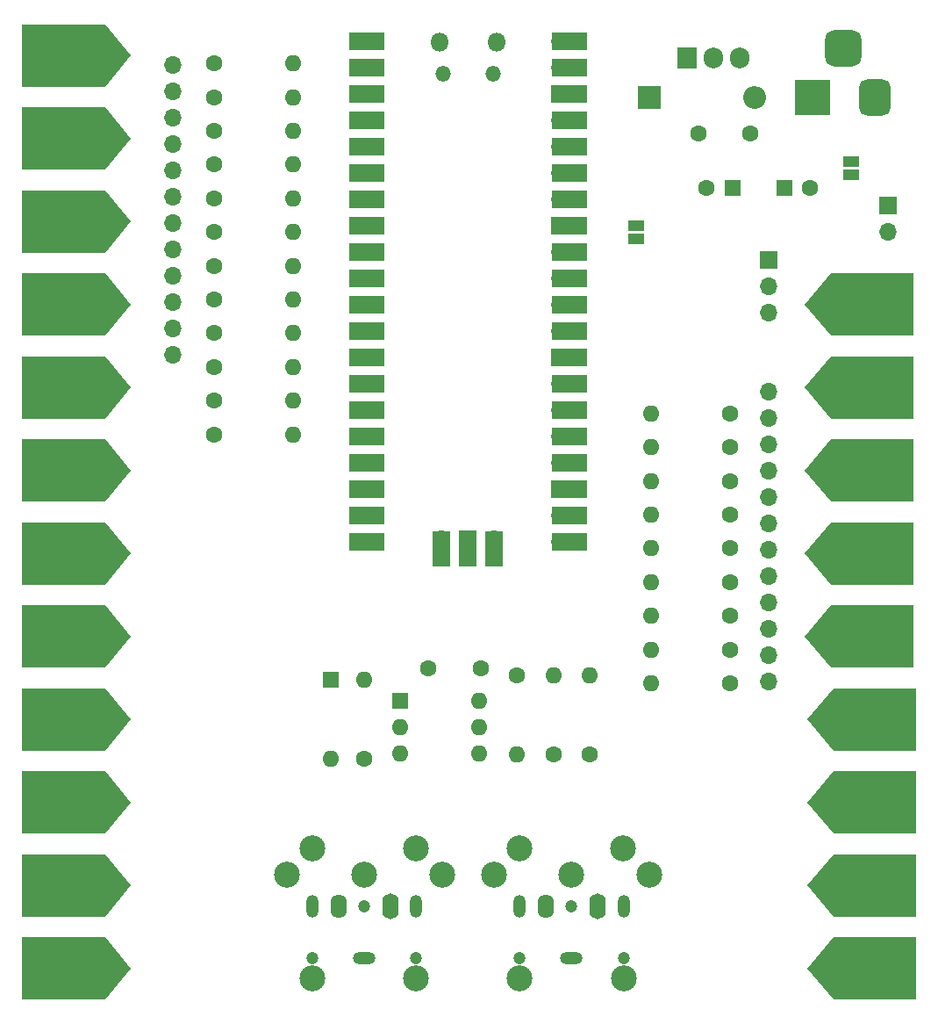
<source format=gbr>
%TF.GenerationSoftware,KiCad,Pcbnew,8.0.7*%
%TF.CreationDate,2025-02-02T12:47:19+00:00*%
%TF.ProjectId,PicoMIDITouchBoard,5069636f-4d49-4444-9954-6f756368426f,rev?*%
%TF.SameCoordinates,Original*%
%TF.FileFunction,Soldermask,Top*%
%TF.FilePolarity,Negative*%
%FSLAX46Y46*%
G04 Gerber Fmt 4.6, Leading zero omitted, Abs format (unit mm)*
G04 Created by KiCad (PCBNEW 8.0.7) date 2025-02-02 12:47:19*
%MOMM*%
%LPD*%
G01*
G04 APERTURE LIST*
G04 Aperture macros list*
%AMRoundRect*
0 Rectangle with rounded corners*
0 $1 Rounding radius*
0 $2 $3 $4 $5 $6 $7 $8 $9 X,Y pos of 4 corners*
0 Add a 4 corners polygon primitive as box body*
4,1,4,$2,$3,$4,$5,$6,$7,$8,$9,$2,$3,0*
0 Add four circle primitives for the rounded corners*
1,1,$1+$1,$2,$3*
1,1,$1+$1,$4,$5*
1,1,$1+$1,$6,$7*
1,1,$1+$1,$8,$9*
0 Add four rect primitives between the rounded corners*
20,1,$1+$1,$2,$3,$4,$5,0*
20,1,$1+$1,$4,$5,$6,$7,0*
20,1,$1+$1,$6,$7,$8,$9,0*
20,1,$1+$1,$8,$9,$2,$3,0*%
G04 Aperture macros list end*
%ADD10C,0.000000*%
%ADD11C,6.000000*%
%ADD12C,1.600000*%
%ADD13O,1.600000X1.600000*%
%ADD14R,1.700000X1.700000*%
%ADD15O,1.700000X1.700000*%
%ADD16C,2.499360*%
%ADD17R,2.200000X2.200000*%
%ADD18O,2.200000X2.200000*%
%ADD19R,1.600000X1.600000*%
%ADD20R,3.500000X3.500000*%
%ADD21RoundRect,0.750000X0.750000X1.000000X-0.750000X1.000000X-0.750000X-1.000000X0.750000X-1.000000X0*%
%ADD22RoundRect,0.875000X0.875000X0.875000X-0.875000X0.875000X-0.875000X-0.875000X0.875000X-0.875000X0*%
%ADD23R,1.500000X1.000000*%
%ADD24O,1.800000X1.800000*%
%ADD25O,1.500000X1.500000*%
%ADD26R,3.500000X1.700000*%
%ADD27R,1.700000X3.500000*%
%ADD28R,1.905000X2.000000*%
%ADD29O,1.905000X2.000000*%
%ADD30C,1.200000*%
%ADD31O,1.200000X2.200000*%
%ADD32O,1.600000X2.300000*%
%ADD33O,2.200000X1.200000*%
%ADD34O,1.600000X2.500000*%
G04 APERTURE END LIST*
D10*
%TO.C,J23*%
G36*
X136500000Y-112250000D02*
G01*
X128500000Y-112250000D01*
X126000000Y-109250000D01*
X128500000Y-106250000D01*
X136500000Y-106250000D01*
X136500000Y-112250000D01*
G37*
%TO.C,J10*%
G36*
X61000000Y-77250000D02*
G01*
X58500000Y-80250000D01*
X50500000Y-80250000D01*
X50500000Y-74250000D01*
X58500000Y-74250000D01*
X61000000Y-77250000D01*
G37*
%TO.C,J12*%
G36*
X61000000Y-93250000D02*
G01*
X58500000Y-96250000D01*
X50500000Y-96250000D01*
X50500000Y-90250000D01*
X58500000Y-90250000D01*
X61000000Y-93250000D01*
G37*
%TO.C,J6*%
G36*
X61000000Y-53250000D02*
G01*
X58500000Y-56250000D01*
X50500000Y-56250000D01*
X50500000Y-50250000D01*
X58500000Y-50250000D01*
X61000000Y-53250000D01*
G37*
%TO.C,J22*%
G36*
X136750000Y-120250000D02*
G01*
X128750000Y-120250000D01*
X126250000Y-117250000D01*
X128750000Y-114250000D01*
X136750000Y-114250000D01*
X136750000Y-120250000D01*
G37*
%TO.C,J26*%
G36*
X136500000Y-88250000D02*
G01*
X128500000Y-88250000D01*
X126000000Y-85250000D01*
X128500000Y-82250000D01*
X136500000Y-82250000D01*
X136500000Y-88250000D01*
G37*
%TO.C,J20*%
G36*
X136750000Y-136250000D02*
G01*
X128750000Y-136250000D01*
X126250000Y-133250000D01*
X128750000Y-130250000D01*
X136750000Y-130250000D01*
X136750000Y-136250000D01*
G37*
%TO.C,J21*%
G36*
X136750000Y-128250000D02*
G01*
X128750000Y-128250000D01*
X126250000Y-125250000D01*
X128750000Y-122250000D01*
X136750000Y-122250000D01*
X136750000Y-128250000D01*
G37*
%TO.C,J19*%
G36*
X136750000Y-144250000D02*
G01*
X128750000Y-144250000D01*
X126250000Y-141250000D01*
X128750000Y-138250000D01*
X136750000Y-138250000D01*
X136750000Y-144250000D01*
G37*
%TO.C,J13*%
G36*
X61000000Y-101250000D02*
G01*
X58500000Y-104250000D01*
X50500000Y-104250000D01*
X50500000Y-98250000D01*
X58500000Y-98250000D01*
X61000000Y-101250000D01*
G37*
%TO.C,J27*%
G36*
X136500000Y-80250000D02*
G01*
X128500000Y-80250000D01*
X126000000Y-77250000D01*
X128500000Y-74250000D01*
X136500000Y-74250000D01*
X136500000Y-80250000D01*
G37*
%TO.C,J25*%
G36*
X136500000Y-96250000D02*
G01*
X128500000Y-96250000D01*
X126000000Y-93250000D01*
X128500000Y-90250000D01*
X136500000Y-90250000D01*
X136500000Y-96250000D01*
G37*
%TO.C,J16*%
G36*
X61000000Y-125250000D02*
G01*
X58500000Y-128250000D01*
X50500000Y-128250000D01*
X50500000Y-122250000D01*
X58500000Y-122250000D01*
X61000000Y-125250000D01*
G37*
%TO.C,J11*%
G36*
X61000000Y-85250000D02*
G01*
X58500000Y-88250000D01*
X50500000Y-88250000D01*
X50500000Y-82250000D01*
X58500000Y-82250000D01*
X61000000Y-85250000D01*
G37*
%TO.C,J9*%
G36*
X61000000Y-69250000D02*
G01*
X58500000Y-72250000D01*
X50500000Y-72250000D01*
X50500000Y-66250000D01*
X58500000Y-66250000D01*
X61000000Y-69250000D01*
G37*
%TO.C,J17*%
G36*
X61000000Y-133250000D02*
G01*
X58500000Y-136250000D01*
X50500000Y-136250000D01*
X50500000Y-130250000D01*
X58500000Y-130250000D01*
X61000000Y-133250000D01*
G37*
%TO.C,J14*%
G36*
X61000000Y-109250000D02*
G01*
X58500000Y-112250000D01*
X50500000Y-112250000D01*
X50500000Y-106250000D01*
X58500000Y-106250000D01*
X61000000Y-109250000D01*
G37*
%TO.C,J15*%
G36*
X61000000Y-117250000D02*
G01*
X58500000Y-120250000D01*
X50500000Y-120250000D01*
X50500000Y-114250000D01*
X58500000Y-114250000D01*
X61000000Y-117250000D01*
G37*
%TO.C,J24*%
G36*
X136500000Y-104250000D02*
G01*
X128500000Y-104250000D01*
X126000000Y-101250000D01*
X128500000Y-98250000D01*
X136500000Y-98250000D01*
X136500000Y-104250000D01*
G37*
%TO.C,J8*%
G36*
X61000000Y-61250000D02*
G01*
X58500000Y-64250000D01*
X50500000Y-64250000D01*
X50500000Y-58250000D01*
X58500000Y-58250000D01*
X61000000Y-61250000D01*
G37*
%TO.C,J18*%
G36*
X61000000Y-141250000D02*
G01*
X58500000Y-144250000D01*
X50500000Y-144250000D01*
X50500000Y-138250000D01*
X58500000Y-138250000D01*
X61000000Y-141250000D01*
G37*
%TD*%
D11*
%TO.C,J23*%
X133500000Y-109250000D03*
%TD*%
%TO.C,J10*%
X53500000Y-77250000D03*
%TD*%
%TO.C,J12*%
X53500000Y-93250000D03*
%TD*%
%TO.C,J6*%
X53500000Y-53250000D03*
%TD*%
%TO.C,J22*%
X133750000Y-117250000D03*
%TD*%
%TO.C,J26*%
X133500000Y-85250000D03*
%TD*%
%TO.C,J20*%
X133750000Y-133250000D03*
%TD*%
%TO.C,J21*%
X133750000Y-125250000D03*
%TD*%
%TO.C,J19*%
X133750000Y-141250000D03*
%TD*%
%TO.C,J13*%
X53500000Y-101250000D03*
%TD*%
%TO.C,J27*%
X133500000Y-77250000D03*
%TD*%
%TO.C,J25*%
X133500000Y-93250000D03*
%TD*%
%TO.C,J16*%
X53500000Y-125250000D03*
%TD*%
%TO.C,J11*%
X53500000Y-85250000D03*
%TD*%
%TO.C,J9*%
X53500000Y-69250000D03*
%TD*%
%TO.C,J17*%
X53500000Y-133250000D03*
%TD*%
%TO.C,J14*%
X53500000Y-109250000D03*
%TD*%
%TO.C,J15*%
X53500000Y-117250000D03*
%TD*%
%TO.C,J24*%
X133500000Y-101250000D03*
%TD*%
%TO.C,J8*%
X53500000Y-61250000D03*
%TD*%
%TO.C,J18*%
X53500000Y-141250000D03*
%TD*%
D12*
%TO.C,R8*%
X69000000Y-63750000D03*
D13*
X76620000Y-63750000D03*
%TD*%
D12*
%TO.C,R18*%
X118750000Y-110500000D03*
D13*
X111130000Y-110500000D03*
%TD*%
D12*
%TO.C,R9*%
X69000000Y-67000000D03*
D13*
X76620000Y-67000000D03*
%TD*%
D14*
%TO.C,J7*%
X122500000Y-72930000D03*
D15*
X122500000Y-75470000D03*
X122500000Y-78010000D03*
%TD*%
D16*
%TO.C,J3*%
X78498740Y-142197700D03*
X88501260Y-142197700D03*
X90998080Y-132202800D03*
X83500000Y-132200260D03*
X76001920Y-132202800D03*
X88496180Y-129700900D03*
X78503820Y-129700900D03*
%TD*%
D17*
%TO.C,D1*%
X111000000Y-57250000D03*
D18*
X121160000Y-57250000D03*
%TD*%
D16*
%TO.C,J4*%
X98498740Y-142197700D03*
X108501260Y-142197700D03*
X110998080Y-132202800D03*
X103500000Y-132200260D03*
X96001920Y-132202800D03*
X108496180Y-129700900D03*
X98503820Y-129700900D03*
%TD*%
D12*
%TO.C,C2*%
X94700000Y-112280000D03*
X89700000Y-112280000D03*
%TD*%
D19*
%TO.C,C4*%
X119000000Y-66000000D03*
D12*
X116500000Y-66000000D03*
%TD*%
D20*
%TO.C,J28*%
X126750000Y-57250000D03*
D21*
X132750000Y-57250000D03*
D22*
X129750000Y-52550000D03*
%TD*%
D12*
%TO.C,R20*%
X118750000Y-104000000D03*
D13*
X111130000Y-104000000D03*
%TD*%
D12*
%TO.C,R3*%
X101750000Y-120590000D03*
D13*
X101750000Y-112970000D03*
%TD*%
D12*
%TO.C,R24*%
X118750000Y-91000000D03*
D13*
X111130000Y-91000000D03*
%TD*%
D19*
%TO.C,D2*%
X80250000Y-113440000D03*
D13*
X80250000Y-121060000D03*
%TD*%
D12*
%TO.C,R10*%
X69000000Y-70250000D03*
D13*
X76620000Y-70250000D03*
%TD*%
D12*
%TO.C,R13*%
X69000000Y-80000000D03*
D13*
X76620000Y-80000000D03*
%TD*%
D19*
%TO.C,C3*%
X124000000Y-66000000D03*
D12*
X126500000Y-66000000D03*
%TD*%
%TO.C,R6*%
X69000000Y-57250000D03*
D13*
X76620000Y-57250000D03*
%TD*%
D12*
%TO.C,R22*%
X118750000Y-97500000D03*
D13*
X111130000Y-97500000D03*
%TD*%
D12*
%TO.C,R23*%
X118750000Y-94250000D03*
D13*
X111130000Y-94250000D03*
%TD*%
D23*
%TO.C,JP2*%
X130500000Y-63450000D03*
X130500000Y-64750000D03*
%TD*%
D14*
%TO.C,J5*%
X134000000Y-67725000D03*
D15*
X134000000Y-70265000D03*
%TD*%
D23*
%TO.C,JP1*%
X109750000Y-69600000D03*
X109750000Y-70900000D03*
%TD*%
D24*
%TO.C,U1*%
X90775000Y-51970000D03*
D25*
X91075000Y-55000000D03*
X95925000Y-55000000D03*
D24*
X96225000Y-51970000D03*
D15*
X84610000Y-51840000D03*
D26*
X83710000Y-51840000D03*
D15*
X84610000Y-54380000D03*
D26*
X83710000Y-54380000D03*
D14*
X84610000Y-56920000D03*
D26*
X83710000Y-56920000D03*
D15*
X84610000Y-59460000D03*
D26*
X83710000Y-59460000D03*
D15*
X84610000Y-62000000D03*
D26*
X83710000Y-62000000D03*
D15*
X84610000Y-64540000D03*
D26*
X83710000Y-64540000D03*
D15*
X84610000Y-67080000D03*
D26*
X83710000Y-67080000D03*
D14*
X84610000Y-69620000D03*
D26*
X83710000Y-69620000D03*
D15*
X84610000Y-72160000D03*
D26*
X83710000Y-72160000D03*
D15*
X84610000Y-74700000D03*
D26*
X83710000Y-74700000D03*
D15*
X84610000Y-77240000D03*
D26*
X83710000Y-77240000D03*
D15*
X84610000Y-79780000D03*
D26*
X83710000Y-79780000D03*
D14*
X84610000Y-82320000D03*
D26*
X83710000Y-82320000D03*
D15*
X84610000Y-84860000D03*
D26*
X83710000Y-84860000D03*
D15*
X84610000Y-87400000D03*
D26*
X83710000Y-87400000D03*
D15*
X84610000Y-89940000D03*
D26*
X83710000Y-89940000D03*
D15*
X84610000Y-92480000D03*
D26*
X83710000Y-92480000D03*
D14*
X84610000Y-95020000D03*
D26*
X83710000Y-95020000D03*
D15*
X84610000Y-97560000D03*
D26*
X83710000Y-97560000D03*
D15*
X84610000Y-100100000D03*
D26*
X83710000Y-100100000D03*
D15*
X102390000Y-100100000D03*
D26*
X103290000Y-100100000D03*
D15*
X102390000Y-97560000D03*
D26*
X103290000Y-97560000D03*
D14*
X102390000Y-95020000D03*
D26*
X103290000Y-95020000D03*
D15*
X102390000Y-92480000D03*
D26*
X103290000Y-92480000D03*
D15*
X102390000Y-89940000D03*
D26*
X103290000Y-89940000D03*
D15*
X102390000Y-87400000D03*
D26*
X103290000Y-87400000D03*
D15*
X102390000Y-84860000D03*
D26*
X103290000Y-84860000D03*
D14*
X102390000Y-82320000D03*
D26*
X103290000Y-82320000D03*
D15*
X102390000Y-79780000D03*
D26*
X103290000Y-79780000D03*
D15*
X102390000Y-77240000D03*
D26*
X103290000Y-77240000D03*
D15*
X102390000Y-74700000D03*
D26*
X103290000Y-74700000D03*
D15*
X102390000Y-72160000D03*
D26*
X103290000Y-72160000D03*
D14*
X102390000Y-69620000D03*
D26*
X103290000Y-69620000D03*
D15*
X102390000Y-67080000D03*
D26*
X103290000Y-67080000D03*
D15*
X102390000Y-64540000D03*
D26*
X103290000Y-64540000D03*
D15*
X102390000Y-62000000D03*
D26*
X103290000Y-62000000D03*
D15*
X102390000Y-59460000D03*
D26*
X103290000Y-59460000D03*
D14*
X102390000Y-56920000D03*
D26*
X103290000Y-56920000D03*
D15*
X102390000Y-54380000D03*
D26*
X103290000Y-54380000D03*
D15*
X102390000Y-51840000D03*
D26*
X103290000Y-51840000D03*
D15*
X90960000Y-99870000D03*
D27*
X90960000Y-100770000D03*
D14*
X93500000Y-99870000D03*
D27*
X93500000Y-100770000D03*
D15*
X96040000Y-99870000D03*
D27*
X96040000Y-100770000D03*
%TD*%
D12*
%TO.C,R12*%
X69000000Y-76750000D03*
D13*
X76620000Y-76750000D03*
%TD*%
D12*
%TO.C,R25*%
X118750000Y-87750000D03*
D13*
X111130000Y-87750000D03*
%TD*%
D12*
%TO.C,R19*%
X118750000Y-107250000D03*
D13*
X111130000Y-107250000D03*
%TD*%
D12*
%TO.C,R1*%
X83500000Y-121030000D03*
D13*
X83500000Y-113410000D03*
%TD*%
D12*
%TO.C,R11*%
X69000000Y-73500000D03*
D13*
X76620000Y-73500000D03*
%TD*%
D28*
%TO.C,U3*%
X114670000Y-53500000D03*
D29*
X117210000Y-53500000D03*
X119750000Y-53500000D03*
%TD*%
D15*
%TO.C,J30*%
X122500000Y-85630000D03*
X122500000Y-88170000D03*
X122500000Y-90710000D03*
X122500000Y-93250000D03*
X122500000Y-95790000D03*
X122500000Y-98330000D03*
X122500000Y-100870000D03*
X122500000Y-103410000D03*
X122500000Y-105950000D03*
X122500000Y-108490000D03*
X122500000Y-111030000D03*
X122500000Y-113570000D03*
%TD*%
D12*
%TO.C,R5*%
X69000000Y-54000000D03*
D13*
X76620000Y-54000000D03*
%TD*%
D19*
%TO.C,U2*%
X86950000Y-115450000D03*
D13*
X86950000Y-117990000D03*
X86950000Y-120530000D03*
X94570000Y-120530000D03*
X94570000Y-117990000D03*
X94570000Y-115450000D03*
%TD*%
D15*
%TO.C,J29*%
X65000000Y-54130000D03*
X65000000Y-56670000D03*
X65000000Y-59210000D03*
X65000000Y-61750000D03*
X65000000Y-64290000D03*
X65000000Y-66830000D03*
X65000000Y-69370000D03*
X65000000Y-71910000D03*
X65000000Y-74450000D03*
X65000000Y-76990000D03*
X65000000Y-79530000D03*
X65000000Y-82070000D03*
%TD*%
D12*
%TO.C,R4*%
X98200000Y-112970000D03*
D13*
X98200000Y-120590000D03*
%TD*%
D12*
%TO.C,R16*%
X69000000Y-89750000D03*
D13*
X76620000Y-89750000D03*
%TD*%
D30*
%TO.C,J1*%
X78500000Y-140250000D03*
X78500000Y-142750000D03*
X83500000Y-135250000D03*
X88500000Y-140250000D03*
X88500000Y-142750000D03*
D31*
X78500000Y-135250000D03*
D32*
X81000000Y-135250000D03*
D33*
X83500000Y-140250000D03*
D31*
X88500000Y-135250000D03*
D34*
X86000000Y-135250000D03*
%TD*%
D30*
%TO.C,J2*%
X98500000Y-140250000D03*
X98500000Y-142750000D03*
X103500000Y-135250000D03*
X108500000Y-140250000D03*
X108500000Y-142750000D03*
D31*
X98500000Y-135250000D03*
D32*
X101000000Y-135250000D03*
D33*
X103500000Y-140250000D03*
D31*
X108500000Y-135250000D03*
D34*
X106000000Y-135250000D03*
%TD*%
D12*
%TO.C,R21*%
X118750000Y-100750000D03*
D13*
X111130000Y-100750000D03*
%TD*%
D12*
%TO.C,R15*%
X69000000Y-86500000D03*
D13*
X76620000Y-86500000D03*
%TD*%
D12*
%TO.C,R17*%
X118750000Y-113750000D03*
D13*
X111130000Y-113750000D03*
%TD*%
D12*
%TO.C,R7*%
X69000000Y-60500000D03*
D13*
X76620000Y-60500000D03*
%TD*%
D12*
%TO.C,C5*%
X120750000Y-60750000D03*
X115750000Y-60750000D03*
%TD*%
%TO.C,R2*%
X105250000Y-120590000D03*
D13*
X105250000Y-112970000D03*
%TD*%
D12*
%TO.C,R14*%
X69000000Y-83250000D03*
D13*
X76620000Y-83250000D03*
%TD*%
M02*

</source>
